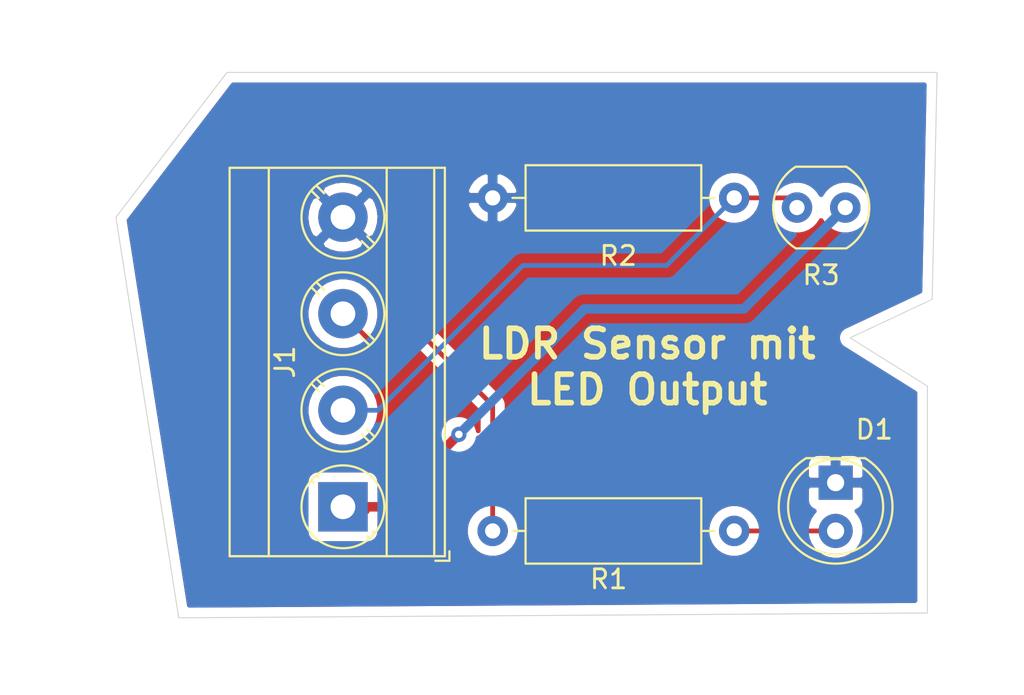
<source format=kicad_pcb>
(kicad_pcb (version 20171130) (host pcbnew "(5.1.5-0-10_14)")

  (general
    (thickness 1.6)
    (drawings 9)
    (tracks 19)
    (zones 0)
    (modules 5)
    (nets 6)
  )

  (page A4)
  (layers
    (0 F.Cu signal)
    (31 B.Cu signal)
    (32 B.Adhes user hide)
    (33 F.Adhes user hide)
    (34 B.Paste user)
    (35 F.Paste user)
    (36 B.SilkS user)
    (37 F.SilkS user)
    (38 B.Mask user)
    (39 F.Mask user)
    (40 Dwgs.User user)
    (41 Cmts.User user)
    (42 Eco1.User user)
    (43 Eco2.User user)
    (44 Edge.Cuts user)
    (45 Margin user)
    (46 B.CrtYd user)
    (47 F.CrtYd user)
    (48 B.Fab user)
    (49 F.Fab user)
  )

  (setup
    (last_trace_width 0.25)
    (trace_clearance 0.2)
    (zone_clearance 0.508)
    (zone_45_only no)
    (trace_min 0.2)
    (via_size 0.8)
    (via_drill 0.4)
    (via_min_size 0.4)
    (via_min_drill 0.3)
    (uvia_size 0.3)
    (uvia_drill 0.1)
    (uvias_allowed no)
    (uvia_min_size 0.2)
    (uvia_min_drill 0.1)
    (edge_width 0.05)
    (segment_width 0.2)
    (pcb_text_width 0.3)
    (pcb_text_size 1.5 1.5)
    (mod_edge_width 0.12)
    (mod_text_size 1 1)
    (mod_text_width 0.15)
    (pad_size 1.524 1.524)
    (pad_drill 0.762)
    (pad_to_mask_clearance 0.051)
    (solder_mask_min_width 0.25)
    (aux_axis_origin 0 0)
    (visible_elements FFFFFF7F)
    (pcbplotparams
      (layerselection 0x010fc_ffffffff)
      (usegerberextensions false)
      (usegerberattributes false)
      (usegerberadvancedattributes false)
      (creategerberjobfile false)
      (excludeedgelayer true)
      (linewidth 0.100000)
      (plotframeref false)
      (viasonmask false)
      (mode 1)
      (useauxorigin false)
      (hpglpennumber 1)
      (hpglpenspeed 20)
      (hpglpendiameter 15.000000)
      (psnegative false)
      (psa4output false)
      (plotreference true)
      (plotvalue true)
      (plotinvisibletext false)
      (padsonsilk false)
      (subtractmaskfromsilk false)
      (outputformat 1)
      (mirror false)
      (drillshape 0)
      (scaleselection 1)
      (outputdirectory "_OUT/"))
  )

  (net 0 "")
  (net 1 GND)
  (net 2 "Net-(D1-Pad2)")
  (net 3 +5V)
  (net 4 LDR_SIGNAL)
  (net 5 PWM_SIGNAL)

  (net_class Default "Dies ist die voreingestellte Netzklasse."
    (clearance 0.2)
    (trace_width 0.25)
    (via_dia 0.8)
    (via_drill 0.4)
    (uvia_dia 0.3)
    (uvia_drill 0.1)
    (add_net +5V)
    (add_net GND)
    (add_net LDR_SIGNAL)
    (add_net "Net-(D1-Pad2)")
    (add_net PWM_SIGNAL)
  )

  (module LED_THT:LED_D5.0mm (layer F.Cu) (tedit 5995936A) (tstamp 60C37910)
    (at 153.924 79.502 270)
    (descr "LED, diameter 5.0mm, 2 pins, http://cdn-reichelt.de/documents/datenblatt/A500/LL-504BC2E-009.pdf")
    (tags "LED diameter 5.0mm 2 pins")
    (path /60C32137)
    (fp_text reference D1 (at -2.794 -2.032 180) (layer F.SilkS)
      (effects (font (size 1 1) (thickness 0.15)))
    )
    (fp_text value LED (at 1.27 3.96 90) (layer F.Fab)
      (effects (font (size 1 1) (thickness 0.15)))
    )
    (fp_arc (start 1.27 0) (end -1.23 -1.469694) (angle 299.1) (layer F.Fab) (width 0.1))
    (fp_arc (start 1.27 0) (end -1.29 -1.54483) (angle 148.9) (layer F.SilkS) (width 0.12))
    (fp_arc (start 1.27 0) (end -1.29 1.54483) (angle -148.9) (layer F.SilkS) (width 0.12))
    (fp_circle (center 1.27 0) (end 3.77 0) (layer F.Fab) (width 0.1))
    (fp_circle (center 1.27 0) (end 3.77 0) (layer F.SilkS) (width 0.12))
    (fp_line (start -1.23 -1.469694) (end -1.23 1.469694) (layer F.Fab) (width 0.1))
    (fp_line (start -1.29 -1.545) (end -1.29 1.545) (layer F.SilkS) (width 0.12))
    (fp_line (start -1.95 -3.25) (end -1.95 3.25) (layer F.CrtYd) (width 0.05))
    (fp_line (start -1.95 3.25) (end 4.5 3.25) (layer F.CrtYd) (width 0.05))
    (fp_line (start 4.5 3.25) (end 4.5 -3.25) (layer F.CrtYd) (width 0.05))
    (fp_line (start 4.5 -3.25) (end -1.95 -3.25) (layer F.CrtYd) (width 0.05))
    (fp_text user %R (at 1.25 0 90) (layer F.Fab)
      (effects (font (size 0.8 0.8) (thickness 0.2)))
    )
    (pad 1 thru_hole rect (at 0 0 270) (size 1.8 1.8) (drill 0.9) (layers *.Cu *.Mask)
      (net 1 GND))
    (pad 2 thru_hole circle (at 2.54 0 270) (size 1.8 1.8) (drill 0.9) (layers *.Cu *.Mask)
      (net 2 "Net-(D1-Pad2)"))
    (model ${KISYS3DMOD}/LED_THT.3dshapes/LED_D5.0mm.wrl
      (at (xyz 0 0 0))
      (scale (xyz 1 1 1))
      (rotate (xyz 0 0 0))
    )
  )

  (module TerminalBlock_Phoenix:TerminalBlock_Phoenix_MKDS-3-4-5.08_1x04_P5.08mm_Horizontal (layer F.Cu) (tedit 5B294F11) (tstamp 60C3794E)
    (at 128.016 80.772 90)
    (descr "Terminal Block Phoenix MKDS-3-4-5.08, 4 pins, pitch 5.08mm, size 20.3x11.2mm^2, drill diamater 1.3mm, pad diameter 2.6mm, see http://www.farnell.com/datasheets/2138224.pdf, script-generated using https://github.com/pointhi/kicad-footprint-generator/scripts/TerminalBlock_Phoenix")
    (tags "THT Terminal Block Phoenix MKDS-3-4-5.08 pitch 5.08mm size 20.3x11.2mm^2 drill 1.3mm pad 2.6mm")
    (path /60C518C9)
    (fp_text reference J1 (at 7.62 -3.048 90) (layer F.SilkS)
      (effects (font (size 1 1) (thickness 0.15)))
    )
    (fp_text value Conn_01x04_Female (at 7.62 3.556 90) (layer F.Fab)
      (effects (font (size 1 1) (thickness 0.15)))
    )
    (fp_circle (center 0 0) (end 2 0) (layer F.Fab) (width 0.1))
    (fp_circle (center 0 0) (end 2.18 0) (layer F.SilkS) (width 0.12))
    (fp_circle (center 5.08 0) (end 7.08 0) (layer F.Fab) (width 0.1))
    (fp_circle (center 5.08 0) (end 7.26 0) (layer F.SilkS) (width 0.12))
    (fp_circle (center 10.16 0) (end 12.16 0) (layer F.Fab) (width 0.1))
    (fp_circle (center 10.16 0) (end 12.34 0) (layer F.SilkS) (width 0.12))
    (fp_circle (center 15.24 0) (end 17.24 0) (layer F.Fab) (width 0.1))
    (fp_circle (center 15.24 0) (end 17.42 0) (layer F.SilkS) (width 0.12))
    (fp_line (start -2.54 -5.9) (end 17.78 -5.9) (layer F.Fab) (width 0.1))
    (fp_line (start 17.78 -5.9) (end 17.78 5.3) (layer F.Fab) (width 0.1))
    (fp_line (start 17.78 5.3) (end -2.04 5.3) (layer F.Fab) (width 0.1))
    (fp_line (start -2.04 5.3) (end -2.54 4.8) (layer F.Fab) (width 0.1))
    (fp_line (start -2.54 4.8) (end -2.54 -5.9) (layer F.Fab) (width 0.1))
    (fp_line (start -2.54 4.8) (end 17.78 4.8) (layer F.Fab) (width 0.1))
    (fp_line (start -2.6 4.8) (end 17.84 4.8) (layer F.SilkS) (width 0.12))
    (fp_line (start -2.54 2.3) (end 17.78 2.3) (layer F.Fab) (width 0.1))
    (fp_line (start -2.6 2.3) (end 17.84 2.3) (layer F.SilkS) (width 0.12))
    (fp_line (start -2.54 -3.9) (end 17.78 -3.9) (layer F.Fab) (width 0.1))
    (fp_line (start -2.6 -3.9) (end 17.84 -3.9) (layer F.SilkS) (width 0.12))
    (fp_line (start -2.6 -5.96) (end 17.84 -5.96) (layer F.SilkS) (width 0.12))
    (fp_line (start -2.6 5.36) (end 17.84 5.36) (layer F.SilkS) (width 0.12))
    (fp_line (start -2.6 -5.96) (end -2.6 5.36) (layer F.SilkS) (width 0.12))
    (fp_line (start 17.84 -5.96) (end 17.84 5.36) (layer F.SilkS) (width 0.12))
    (fp_line (start 1.517 -1.273) (end -1.273 1.517) (layer F.Fab) (width 0.1))
    (fp_line (start 1.273 -1.517) (end -1.517 1.273) (layer F.Fab) (width 0.1))
    (fp_line (start 1.654 -1.388) (end 1.547 -1.281) (layer F.SilkS) (width 0.12))
    (fp_line (start -1.282 1.547) (end -1.388 1.654) (layer F.SilkS) (width 0.12))
    (fp_line (start 1.388 -1.654) (end 1.281 -1.547) (layer F.SilkS) (width 0.12))
    (fp_line (start -1.548 1.281) (end -1.654 1.388) (layer F.SilkS) (width 0.12))
    (fp_line (start 6.597 -1.273) (end 3.808 1.517) (layer F.Fab) (width 0.1))
    (fp_line (start 6.353 -1.517) (end 3.564 1.273) (layer F.Fab) (width 0.1))
    (fp_line (start 6.734 -1.388) (end 6.339 -0.992) (layer F.SilkS) (width 0.12))
    (fp_line (start 4.073 1.274) (end 3.693 1.654) (layer F.SilkS) (width 0.12))
    (fp_line (start 6.468 -1.654) (end 6.088 -1.274) (layer F.SilkS) (width 0.12))
    (fp_line (start 3.822 0.992) (end 3.427 1.388) (layer F.SilkS) (width 0.12))
    (fp_line (start 11.677 -1.273) (end 8.888 1.517) (layer F.Fab) (width 0.1))
    (fp_line (start 11.433 -1.517) (end 8.644 1.273) (layer F.Fab) (width 0.1))
    (fp_line (start 11.814 -1.388) (end 11.419 -0.992) (layer F.SilkS) (width 0.12))
    (fp_line (start 9.153 1.274) (end 8.773 1.654) (layer F.SilkS) (width 0.12))
    (fp_line (start 11.548 -1.654) (end 11.168 -1.274) (layer F.SilkS) (width 0.12))
    (fp_line (start 8.902 0.992) (end 8.507 1.388) (layer F.SilkS) (width 0.12))
    (fp_line (start 16.757 -1.273) (end 13.968 1.517) (layer F.Fab) (width 0.1))
    (fp_line (start 16.513 -1.517) (end 13.724 1.273) (layer F.Fab) (width 0.1))
    (fp_line (start 16.894 -1.388) (end 16.499 -0.992) (layer F.SilkS) (width 0.12))
    (fp_line (start 14.233 1.274) (end 13.853 1.654) (layer F.SilkS) (width 0.12))
    (fp_line (start 16.628 -1.654) (end 16.248 -1.274) (layer F.SilkS) (width 0.12))
    (fp_line (start 13.982 0.992) (end 13.587 1.388) (layer F.SilkS) (width 0.12))
    (fp_line (start -2.84 4.86) (end -2.84 5.6) (layer F.SilkS) (width 0.12))
    (fp_line (start -2.84 5.6) (end -2.34 5.6) (layer F.SilkS) (width 0.12))
    (fp_line (start -3.04 -6.4) (end -3.04 5.8) (layer F.CrtYd) (width 0.05))
    (fp_line (start -3.04 5.8) (end 18.28 5.8) (layer F.CrtYd) (width 0.05))
    (fp_line (start 18.28 5.8) (end 18.28 -6.4) (layer F.CrtYd) (width 0.05))
    (fp_line (start 18.28 -6.4) (end -3.04 -6.4) (layer F.CrtYd) (width 0.05))
    (fp_text user %R (at 7.62 3.1 90) (layer F.Fab)
      (effects (font (size 1 1) (thickness 0.15)))
    )
    (pad 1 thru_hole rect (at 0 0 90) (size 2.6 2.6) (drill 1.3) (layers *.Cu *.Mask)
      (net 3 +5V))
    (pad 2 thru_hole circle (at 5.08 0 90) (size 2.6 2.6) (drill 1.3) (layers *.Cu *.Mask)
      (net 4 LDR_SIGNAL))
    (pad 3 thru_hole circle (at 10.16 0 90) (size 2.6 2.6) (drill 1.3) (layers *.Cu *.Mask)
      (net 5 PWM_SIGNAL))
    (pad 4 thru_hole circle (at 15.24 0 90) (size 2.6 2.6) (drill 1.3) (layers *.Cu *.Mask)
      (net 1 GND))
    (model ${KISYS3DMOD}/TerminalBlock_Phoenix.3dshapes/TerminalBlock_Phoenix_MKDS-3-4-5.08_1x04_P5.08mm_Horizontal.wrl
      (at (xyz 0 0 0))
      (scale (xyz 1 1 1))
      (rotate (xyz 0 0 0))
    )
  )

  (module OptoDevice:R_LDR_4.9x4.2mm_P2.54mm_Vertical (layer F.Cu) (tedit 5B8603A6) (tstamp 60C37FAD)
    (at 154.432 65.024 180)
    (descr "Resistor, LDR 4.9x4.2mm")
    (tags "Resistor LDR4.9x4.2")
    (path /60C34421)
    (fp_text reference R3 (at 1.27 -3.556) (layer F.SilkS)
      (effects (font (size 1 1) (thickness 0.15)))
    )
    (fp_text value LDR (at 1.17 3.1) (layer F.Fab)
      (effects (font (size 1 1) (thickness 0.15)))
    )
    (fp_text user %R (at 1.27 -2.9) (layer F.Fab)
      (effects (font (size 1 1) (thickness 0.15)))
    )
    (fp_line (start -0.05 2.15) (end 2.6 2.15) (layer F.SilkS) (width 0.12))
    (fp_line (start -0.05 -2.15) (end 2.6 -2.15) (layer F.SilkS) (width 0.12))
    (fp_line (start 0.87 -1.2) (end 2.17 -1.2) (layer F.Fab) (width 0.1))
    (fp_line (start 1.67 -0.6) (end 0.87 -0.6) (layer F.Fab) (width 0.1))
    (fp_line (start 0.87 0) (end 1.67 0) (layer F.Fab) (width 0.1))
    (fp_line (start 1.67 0.6) (end 0.87 0.6) (layer F.Fab) (width 0.1))
    (fp_line (start 0.37 1.2) (end 1.67 1.2) (layer F.Fab) (width 0.1))
    (fp_line (start 0.37 -1.8) (end 2.17 -1.8) (layer F.Fab) (width 0.1))
    (fp_line (start 2.17 -1.8) (end 2.17 -1.2) (layer F.Fab) (width 0.1))
    (fp_line (start 0.87 -1.2) (end 0.87 -0.6) (layer F.Fab) (width 0.1))
    (fp_line (start 1.67 -0.6) (end 1.67 0) (layer F.Fab) (width 0.1))
    (fp_line (start 0.87 0) (end 0.87 0.6) (layer F.Fab) (width 0.1))
    (fp_line (start 1.67 0.6) (end 1.67 1.2) (layer F.Fab) (width 0.1))
    (fp_line (start 0.37 1.2) (end 0.37 1.8) (layer F.Fab) (width 0.1))
    (fp_line (start 0.37 1.8) (end 2.17 1.8) (layer F.Fab) (width 0.1))
    (fp_line (start 2.57 2.1) (end -0.03 2.1) (layer F.Fab) (width 0.1))
    (fp_line (start -0.03 -2.1) (end 2.57 -2.1) (layer F.Fab) (width 0.1))
    (fp_line (start -1.45 -2.35) (end 3.99 -2.35) (layer F.CrtYd) (width 0.05))
    (fp_line (start -1.45 -2.35) (end -1.45 2.35) (layer F.CrtYd) (width 0.05))
    (fp_line (start 3.99 2.35) (end 3.99 -2.35) (layer F.CrtYd) (width 0.05))
    (fp_line (start 3.99 2.35) (end -1.45 2.35) (layer F.CrtYd) (width 0.05))
    (fp_arc (start 1.25 0) (end -0.05 2.15) (angle 117) (layer F.SilkS) (width 0.12))
    (fp_arc (start 1.25 0) (end 2.6 -2.15) (angle 115) (layer F.SilkS) (width 0.12))
    (fp_arc (start 1.27 0) (end 2.57 -2.1) (angle 115) (layer F.Fab) (width 0.1))
    (fp_arc (start 1.27 0) (end -0.03 2.1) (angle 115) (layer F.Fab) (width 0.1))
    (pad 1 thru_hole circle (at 0 0 180) (size 1.6 1.6) (drill 0.8) (layers *.Cu *.Mask)
      (net 3 +5V))
    (pad 2 thru_hole circle (at 2.54 0 180) (size 1.6 1.6) (drill 0.8) (layers *.Cu *.Mask)
      (net 4 LDR_SIGNAL))
    (model ${KISYS3DMOD}/OptoDevice.3dshapes/R_LDR_4.9x4.2mm_P2.54mm_Vertical.wrl
      (at (xyz 0 0 0))
      (scale (xyz 1 1 1))
      (rotate (xyz 0 0 0))
    )
  )

  (module Resistor_THT:R_Axial_DIN0309_L9.0mm_D3.2mm_P12.70mm_Horizontal (layer F.Cu) (tedit 5AE5139B) (tstamp 60C38195)
    (at 135.89 82.042)
    (descr "Resistor, Axial_DIN0309 series, Axial, Horizontal, pin pitch=12.7mm, 0.5W = 1/2W, length*diameter=9*3.2mm^2, http://cdn-reichelt.de/documents/datenblatt/B400/1_4W%23YAG.pdf")
    (tags "Resistor Axial_DIN0309 series Axial Horizontal pin pitch 12.7mm 0.5W = 1/2W length 9mm diameter 3.2mm")
    (path /60C34F29)
    (fp_text reference R1 (at 6.096 2.54) (layer F.SilkS)
      (effects (font (size 1 1) (thickness 0.15)))
    )
    (fp_text value "150 Ohm" (at 6.858 -2.794) (layer F.Fab)
      (effects (font (size 1 1) (thickness 0.15)))
    )
    (fp_line (start 1.85 -1.6) (end 1.85 1.6) (layer F.Fab) (width 0.1))
    (fp_line (start 1.85 1.6) (end 10.85 1.6) (layer F.Fab) (width 0.1))
    (fp_line (start 10.85 1.6) (end 10.85 -1.6) (layer F.Fab) (width 0.1))
    (fp_line (start 10.85 -1.6) (end 1.85 -1.6) (layer F.Fab) (width 0.1))
    (fp_line (start 0 0) (end 1.85 0) (layer F.Fab) (width 0.1))
    (fp_line (start 12.7 0) (end 10.85 0) (layer F.Fab) (width 0.1))
    (fp_line (start 1.73 -1.72) (end 1.73 1.72) (layer F.SilkS) (width 0.12))
    (fp_line (start 1.73 1.72) (end 10.97 1.72) (layer F.SilkS) (width 0.12))
    (fp_line (start 10.97 1.72) (end 10.97 -1.72) (layer F.SilkS) (width 0.12))
    (fp_line (start 10.97 -1.72) (end 1.73 -1.72) (layer F.SilkS) (width 0.12))
    (fp_line (start 1.04 0) (end 1.73 0) (layer F.SilkS) (width 0.12))
    (fp_line (start 11.66 0) (end 10.97 0) (layer F.SilkS) (width 0.12))
    (fp_line (start -1.05 -1.85) (end -1.05 1.85) (layer F.CrtYd) (width 0.05))
    (fp_line (start -1.05 1.85) (end 13.75 1.85) (layer F.CrtYd) (width 0.05))
    (fp_line (start 13.75 1.85) (end 13.75 -1.85) (layer F.CrtYd) (width 0.05))
    (fp_line (start 13.75 -1.85) (end -1.05 -1.85) (layer F.CrtYd) (width 0.05))
    (fp_text user %R (at 6.35 0) (layer F.Fab)
      (effects (font (size 1 1) (thickness 0.15)))
    )
    (pad 1 thru_hole circle (at 0 0) (size 1.6 1.6) (drill 0.8) (layers *.Cu *.Mask)
      (net 5 PWM_SIGNAL))
    (pad 2 thru_hole oval (at 12.7 0) (size 1.6 1.6) (drill 0.8) (layers *.Cu *.Mask)
      (net 2 "Net-(D1-Pad2)"))
    (model ${KISYS3DMOD}/Resistor_THT.3dshapes/R_Axial_DIN0309_L9.0mm_D3.2mm_P12.70mm_Horizontal.wrl
      (at (xyz 0 0 0))
      (scale (xyz 1 1 1))
      (rotate (xyz 0 0 0))
    )
  )

  (module Resistor_THT:R_Axial_DIN0309_L9.0mm_D3.2mm_P12.70mm_Horizontal (layer F.Cu) (tedit 5AE5139B) (tstamp 60C3829C)
    (at 148.59 64.516 180)
    (descr "Resistor, Axial_DIN0309 series, Axial, Horizontal, pin pitch=12.7mm, 0.5W = 1/2W, length*diameter=9*3.2mm^2, http://cdn-reichelt.de/documents/datenblatt/B400/1_4W%23YAG.pdf")
    (tags "Resistor Axial_DIN0309 series Axial Horizontal pin pitch 12.7mm 0.5W = 1/2W length 9mm diameter 3.2mm")
    (path /60C47349)
    (fp_text reference R2 (at 6.096 -3.048) (layer F.SilkS)
      (effects (font (size 1 1) (thickness 0.15)))
    )
    (fp_text value "5.6k Ohm" (at 6.096 2.54) (layer F.Fab)
      (effects (font (size 1 1) (thickness 0.15)))
    )
    (fp_text user %R (at 6.35 0) (layer F.Fab)
      (effects (font (size 1 1) (thickness 0.15)))
    )
    (fp_line (start 13.75 -1.85) (end -1.05 -1.85) (layer F.CrtYd) (width 0.05))
    (fp_line (start 13.75 1.85) (end 13.75 -1.85) (layer F.CrtYd) (width 0.05))
    (fp_line (start -1.05 1.85) (end 13.75 1.85) (layer F.CrtYd) (width 0.05))
    (fp_line (start -1.05 -1.85) (end -1.05 1.85) (layer F.CrtYd) (width 0.05))
    (fp_line (start 11.66 0) (end 10.97 0) (layer F.SilkS) (width 0.12))
    (fp_line (start 1.04 0) (end 1.73 0) (layer F.SilkS) (width 0.12))
    (fp_line (start 10.97 -1.72) (end 1.73 -1.72) (layer F.SilkS) (width 0.12))
    (fp_line (start 10.97 1.72) (end 10.97 -1.72) (layer F.SilkS) (width 0.12))
    (fp_line (start 1.73 1.72) (end 10.97 1.72) (layer F.SilkS) (width 0.12))
    (fp_line (start 1.73 -1.72) (end 1.73 1.72) (layer F.SilkS) (width 0.12))
    (fp_line (start 12.7 0) (end 10.85 0) (layer F.Fab) (width 0.1))
    (fp_line (start 0 0) (end 1.85 0) (layer F.Fab) (width 0.1))
    (fp_line (start 10.85 -1.6) (end 1.85 -1.6) (layer F.Fab) (width 0.1))
    (fp_line (start 10.85 1.6) (end 10.85 -1.6) (layer F.Fab) (width 0.1))
    (fp_line (start 1.85 1.6) (end 10.85 1.6) (layer F.Fab) (width 0.1))
    (fp_line (start 1.85 -1.6) (end 1.85 1.6) (layer F.Fab) (width 0.1))
    (pad 2 thru_hole oval (at 12.7 0 180) (size 1.6 1.6) (drill 0.8) (layers *.Cu *.Mask)
      (net 1 GND))
    (pad 1 thru_hole circle (at 0 0 180) (size 1.6 1.6) (drill 0.8) (layers *.Cu *.Mask)
      (net 4 LDR_SIGNAL))
    (model ${KISYS3DMOD}/Resistor_THT.3dshapes/R_Axial_DIN0309_L9.0mm_D3.2mm_P12.70mm_Horizontal.wrl
      (at (xyz 0 0 0))
      (scale (xyz 1 1 1))
      (rotate (xyz 0 0 0))
    )
  )

  (gr_line (start 119.38 86.614) (end 116.078 65.532) (layer Edge.Cuts) (width 0.05) (tstamp 60C38738))
  (gr_line (start 158.75 86.36) (end 119.38 86.614) (layer Edge.Cuts) (width 0.05))
  (gr_line (start 158.75 74.422) (end 158.75 86.36) (layer Edge.Cuts) (width 0.05))
  (gr_line (start 154.686 71.882) (end 158.75 74.422) (layer Edge.Cuts) (width 0.05))
  (gr_line (start 159.004 69.85) (end 154.686 71.882) (layer Edge.Cuts) (width 0.05))
  (gr_line (start 159.258 57.912) (end 159.004 69.85) (layer Edge.Cuts) (width 0.05))
  (gr_line (start 121.92 57.912) (end 159.258 57.912) (layer Edge.Cuts) (width 0.05))
  (gr_line (start 116.078 65.532) (end 121.92 57.912) (layer Edge.Cuts) (width 0.05))
  (gr_text "LDR Sensor mit\nLED Output" (at 144.018 73.406) (layer F.SilkS)
    (effects (font (size 1.5 1.5) (thickness 0.3)))
  )

  (segment (start 153.924 82.042) (end 148.59 82.042) (width 0.25) (layer F.Cu) (net 2))
  (segment (start 128.016 80.772) (end 128.016 81.026) (width 0.25) (layer F.Cu) (net 3))
  (segment (start 128.016 81.026) (end 129.286 81.026) (width 0.25) (layer F.Cu) (net 3))
  (via (at 134.112 76.962) (size 0.8) (drill 0.4) (layers F.Cu B.Cu) (net 3))
  (segment (start 130.302 80.772) (end 134.112 76.962) (width 0.5) (layer F.Cu) (net 3))
  (segment (start 128.016 80.772) (end 130.302 80.772) (width 0.5) (layer F.Cu) (net 3))
  (segment (start 134.112 76.962) (end 140.716 70.358) (width 0.5) (layer B.Cu) (net 3))
  (segment (start 149.098 70.358) (end 154.432 65.024) (width 0.5) (layer B.Cu) (net 3))
  (segment (start 140.716 70.358) (end 149.098 70.358) (width 0.5) (layer B.Cu) (net 3))
  (segment (start 151.384 64.516) (end 151.892 65.024) (width 0.25) (layer F.Cu) (net 4))
  (segment (start 148.59 64.516) (end 151.384 64.516) (width 0.25) (layer F.Cu) (net 4))
  (segment (start 129.854477 75.692) (end 137.474477 68.072) (width 0.25) (layer B.Cu) (net 4))
  (segment (start 128.016 75.692) (end 129.854477 75.692) (width 0.25) (layer B.Cu) (net 4))
  (segment (start 145.034 68.072) (end 148.59 64.516) (width 0.25) (layer B.Cu) (net 4))
  (segment (start 137.474477 68.072) (end 145.034 68.072) (width 0.25) (layer B.Cu) (net 4))
  (segment (start 129.315999 71.911999) (end 132.363999 71.911999) (width 0.25) (layer F.Cu) (net 5))
  (segment (start 128.016 70.612) (end 129.315999 71.911999) (width 0.25) (layer F.Cu) (net 5))
  (segment (start 135.89 75.438) (end 135.89 82.042) (width 0.25) (layer F.Cu) (net 5))
  (segment (start 132.363999 71.911999) (end 135.89 75.438) (width 0.25) (layer F.Cu) (net 5))

  (zone (net 1) (net_name GND) (layer F.Cu) (tstamp 0) (hatch edge 0.508)
    (connect_pads (clearance 0.508))
    (min_thickness 0.254)
    (fill yes (arc_segments 32) (thermal_gap 0.508) (thermal_bridge_width 0.508))
    (polygon
      (pts
        (xy 160.528 90.678) (xy 109.982 88.392) (xy 113.538 54.864) (xy 163.83 54.102)
      )
    )
    (filled_polygon
      (pts
        (xy 158.352851 69.426995) (xy 154.439306 71.268664) (xy 154.413671 71.277301) (xy 154.380639 71.296272) (xy 154.375641 71.298624)
        (xy 154.352511 71.312426) (xy 154.300933 71.342049) (xy 154.296747 71.345703) (xy 154.291973 71.348552) (xy 154.247819 71.388415)
        (xy 154.202993 71.427546) (xy 154.199598 71.43195) (xy 154.195474 71.435673) (xy 154.15995 71.483378) (xy 154.123614 71.530509)
        (xy 154.121144 71.535489) (xy 154.117825 71.539946) (xy 154.092294 71.593656) (xy 154.065847 71.646979) (xy 154.064395 71.652348)
        (xy 154.062011 71.657364) (xy 154.047449 71.715023) (xy 154.031913 71.772481) (xy 154.031537 71.778027) (xy 154.030176 71.783415)
        (xy 154.027142 71.842813) (xy 154.023115 71.90219) (xy 154.023828 71.907705) (xy 154.023545 71.913253) (xy 154.032158 71.972111)
        (xy 154.039791 72.031125) (xy 154.041565 72.03639) (xy 154.04237 72.041891) (xy 154.062309 72.09796) (xy 154.081301 72.154329)
        (xy 154.084069 72.159148) (xy 154.085931 72.164385) (xy 154.116424 72.215484) (xy 154.146049 72.267067) (xy 154.149703 72.271253)
        (xy 154.152552 72.276027) (xy 154.192415 72.320181) (xy 154.231546 72.365007) (xy 154.23595 72.368402) (xy 154.239673 72.372526)
        (xy 154.287387 72.408057) (xy 154.30871 72.424496) (xy 154.313391 72.427422) (xy 154.343946 72.450175) (xy 154.368379 72.461789)
        (xy 158.09 74.787803) (xy 158.090001 85.704245) (xy 119.944101 85.950347) (xy 118.92942 79.472) (xy 126.077928 79.472)
        (xy 126.077928 82.072) (xy 126.090188 82.196482) (xy 126.126498 82.31618) (xy 126.185463 82.426494) (xy 126.264815 82.523185)
        (xy 126.361506 82.602537) (xy 126.47182 82.661502) (xy 126.591518 82.697812) (xy 126.716 82.710072) (xy 129.316 82.710072)
        (xy 129.440482 82.697812) (xy 129.56018 82.661502) (xy 129.670494 82.602537) (xy 129.767185 82.523185) (xy 129.846537 82.426494)
        (xy 129.905502 82.31618) (xy 129.941812 82.196482) (xy 129.954072 82.072) (xy 129.954072 81.657) (xy 130.258531 81.657)
        (xy 130.302 81.661281) (xy 130.345469 81.657) (xy 130.345477 81.657) (xy 130.47549 81.644195) (xy 130.642313 81.593589)
        (xy 130.796059 81.511411) (xy 130.930817 81.400817) (xy 130.958534 81.367044) (xy 134.357044 77.968535) (xy 134.413898 77.957226)
        (xy 134.602256 77.879205) (xy 134.771774 77.765937) (xy 134.915937 77.621774) (xy 135.029205 77.452256) (xy 135.107226 77.263898)
        (xy 135.13 77.149403) (xy 135.130001 80.823956) (xy 134.975241 80.927363) (xy 134.775363 81.127241) (xy 134.61832 81.362273)
        (xy 134.510147 81.623426) (xy 134.455 81.900665) (xy 134.455 82.183335) (xy 134.510147 82.460574) (xy 134.61832 82.721727)
        (xy 134.775363 82.956759) (xy 134.975241 83.156637) (xy 135.210273 83.31368) (xy 135.471426 83.421853) (xy 135.748665 83.477)
        (xy 136.031335 83.477) (xy 136.308574 83.421853) (xy 136.569727 83.31368) (xy 136.804759 83.156637) (xy 137.004637 82.956759)
        (xy 137.16168 82.721727) (xy 137.269853 82.460574) (xy 137.325 82.183335) (xy 137.325 81.900665) (xy 147.155 81.900665)
        (xy 147.155 82.183335) (xy 147.210147 82.460574) (xy 147.31832 82.721727) (xy 147.475363 82.956759) (xy 147.675241 83.156637)
        (xy 147.910273 83.31368) (xy 148.171426 83.421853) (xy 148.448665 83.477) (xy 148.731335 83.477) (xy 149.008574 83.421853)
        (xy 149.269727 83.31368) (xy 149.504759 83.156637) (xy 149.704637 82.956759) (xy 149.808043 82.802) (xy 152.585687 82.802)
        (xy 152.731688 83.020505) (xy 152.945495 83.234312) (xy 153.196905 83.402299) (xy 153.476257 83.518011) (xy 153.772816 83.577)
        (xy 154.075184 83.577) (xy 154.371743 83.518011) (xy 154.651095 83.402299) (xy 154.902505 83.234312) (xy 155.116312 83.020505)
        (xy 155.284299 82.769095) (xy 155.400011 82.489743) (xy 155.459 82.193184) (xy 155.459 81.890816) (xy 155.400011 81.594257)
        (xy 155.284299 81.314905) (xy 155.116312 81.063495) (xy 155.049873 80.997056) (xy 155.06818 80.991502) (xy 155.178494 80.932537)
        (xy 155.275185 80.853185) (xy 155.354537 80.756494) (xy 155.413502 80.64618) (xy 155.449812 80.526482) (xy 155.462072 80.402)
        (xy 155.459 79.78775) (xy 155.30025 79.629) (xy 154.051 79.629) (xy 154.051 79.649) (xy 153.797 79.649)
        (xy 153.797 79.629) (xy 152.54775 79.629) (xy 152.389 79.78775) (xy 152.385928 80.402) (xy 152.398188 80.526482)
        (xy 152.434498 80.64618) (xy 152.493463 80.756494) (xy 152.572815 80.853185) (xy 152.669506 80.932537) (xy 152.77982 80.991502)
        (xy 152.798127 80.997056) (xy 152.731688 81.063495) (xy 152.585687 81.282) (xy 149.808043 81.282) (xy 149.704637 81.127241)
        (xy 149.504759 80.927363) (xy 149.269727 80.77032) (xy 149.008574 80.662147) (xy 148.731335 80.607) (xy 148.448665 80.607)
        (xy 148.171426 80.662147) (xy 147.910273 80.77032) (xy 147.675241 80.927363) (xy 147.475363 81.127241) (xy 147.31832 81.362273)
        (xy 147.210147 81.623426) (xy 147.155 81.900665) (xy 137.325 81.900665) (xy 137.269853 81.623426) (xy 137.16168 81.362273)
        (xy 137.004637 81.127241) (xy 136.804759 80.927363) (xy 136.65 80.823957) (xy 136.65 78.602) (xy 152.385928 78.602)
        (xy 152.389 79.21625) (xy 152.54775 79.375) (xy 153.797 79.375) (xy 153.797 78.12575) (xy 154.051 78.12575)
        (xy 154.051 79.375) (xy 155.30025 79.375) (xy 155.459 79.21625) (xy 155.462072 78.602) (xy 155.449812 78.477518)
        (xy 155.413502 78.35782) (xy 155.354537 78.247506) (xy 155.275185 78.150815) (xy 155.178494 78.071463) (xy 155.06818 78.012498)
        (xy 154.948482 77.976188) (xy 154.824 77.963928) (xy 154.20975 77.967) (xy 154.051 78.12575) (xy 153.797 78.12575)
        (xy 153.63825 77.967) (xy 153.024 77.963928) (xy 152.899518 77.976188) (xy 152.77982 78.012498) (xy 152.669506 78.071463)
        (xy 152.572815 78.150815) (xy 152.493463 78.247506) (xy 152.434498 78.35782) (xy 152.398188 78.477518) (xy 152.385928 78.602)
        (xy 136.65 78.602) (xy 136.65 75.475322) (xy 136.653676 75.437999) (xy 136.65 75.400676) (xy 136.65 75.400667)
        (xy 136.639003 75.289014) (xy 136.595546 75.145753) (xy 136.524974 75.013724) (xy 136.482485 74.961951) (xy 136.453799 74.926996)
        (xy 136.453795 74.926992) (xy 136.430001 74.897999) (xy 136.401009 74.874206) (xy 132.927803 71.401002) (xy 132.904 71.371998)
        (xy 132.788275 71.277025) (xy 132.656246 71.206453) (xy 132.512985 71.162996) (xy 132.401332 71.151999) (xy 132.401321 71.151999)
        (xy 132.363999 71.148323) (xy 132.326677 71.151999) (xy 129.881496 71.151999) (xy 129.951 70.802581) (xy 129.951 70.421419)
        (xy 129.876639 70.047581) (xy 129.730775 69.695434) (xy 129.519013 69.378509) (xy 129.249491 69.108987) (xy 128.932566 68.897225)
        (xy 128.580419 68.751361) (xy 128.206581 68.677) (xy 127.825419 68.677) (xy 127.451581 68.751361) (xy 127.099434 68.897225)
        (xy 126.782509 69.108987) (xy 126.512987 69.378509) (xy 126.301225 69.695434) (xy 126.155361 70.047581) (xy 126.081 70.421419)
        (xy 126.081 70.802581) (xy 126.155361 71.176419) (xy 126.301225 71.528566) (xy 126.512987 71.845491) (xy 126.782509 72.115013)
        (xy 127.099434 72.326775) (xy 127.451581 72.472639) (xy 127.825419 72.547) (xy 128.206581 72.547) (xy 128.580419 72.472639)
        (xy 128.736985 72.407787) (xy 128.752199 72.423001) (xy 128.775998 72.452) (xy 128.891723 72.546973) (xy 129.023752 72.617545)
        (xy 129.167013 72.661002) (xy 129.278666 72.671999) (xy 129.278675 72.671999) (xy 129.315998 72.675675) (xy 129.353321 72.671999)
        (xy 132.049198 72.671999) (xy 135.13 75.752803) (xy 135.13 76.774597) (xy 135.107226 76.660102) (xy 135.029205 76.471744)
        (xy 134.915937 76.302226) (xy 134.771774 76.158063) (xy 134.602256 76.044795) (xy 134.413898 75.966774) (xy 134.213939 75.927)
        (xy 134.010061 75.927) (xy 133.810102 75.966774) (xy 133.621744 76.044795) (xy 133.452226 76.158063) (xy 133.308063 76.302226)
        (xy 133.194795 76.471744) (xy 133.116774 76.660102) (xy 133.105465 76.716956) (xy 129.954072 79.86835) (xy 129.954072 79.472)
        (xy 129.941812 79.347518) (xy 129.905502 79.22782) (xy 129.846537 79.117506) (xy 129.767185 79.020815) (xy 129.670494 78.941463)
        (xy 129.56018 78.882498) (xy 129.440482 78.846188) (xy 129.316 78.833928) (xy 126.716 78.833928) (xy 126.591518 78.846188)
        (xy 126.47182 78.882498) (xy 126.361506 78.941463) (xy 126.264815 79.020815) (xy 126.185463 79.117506) (xy 126.126498 79.22782)
        (xy 126.090188 79.347518) (xy 126.077928 79.472) (xy 118.92942 79.472) (xy 118.307522 75.501419) (xy 126.081 75.501419)
        (xy 126.081 75.882581) (xy 126.155361 76.256419) (xy 126.301225 76.608566) (xy 126.512987 76.925491) (xy 126.782509 77.195013)
        (xy 127.099434 77.406775) (xy 127.451581 77.552639) (xy 127.825419 77.627) (xy 128.206581 77.627) (xy 128.580419 77.552639)
        (xy 128.932566 77.406775) (xy 129.249491 77.195013) (xy 129.519013 76.925491) (xy 129.730775 76.608566) (xy 129.876639 76.256419)
        (xy 129.951 75.882581) (xy 129.951 75.501419) (xy 129.876639 75.127581) (xy 129.730775 74.775434) (xy 129.519013 74.458509)
        (xy 129.249491 74.188987) (xy 128.932566 73.977225) (xy 128.580419 73.831361) (xy 128.206581 73.757) (xy 127.825419 73.757)
        (xy 127.451581 73.831361) (xy 127.099434 73.977225) (xy 126.782509 74.188987) (xy 126.512987 74.458509) (xy 126.301225 74.775434)
        (xy 126.155361 75.127581) (xy 126.081 75.501419) (xy 118.307522 75.501419) (xy 116.95737 66.881224) (xy 126.846381 66.881224)
        (xy 126.978317 67.176312) (xy 127.319045 67.347159) (xy 127.686557 67.44825) (xy 128.066729 67.475701) (xy 128.444951 67.428457)
        (xy 128.80669 67.308333) (xy 129.053683 67.176312) (xy 129.185619 66.881224) (xy 128.016 65.711605) (xy 126.846381 66.881224)
        (xy 116.95737 66.881224) (xy 116.773798 65.709192) (xy 116.870752 65.582729) (xy 126.072299 65.582729) (xy 126.119543 65.960951)
        (xy 126.239667 66.32269) (xy 126.371688 66.569683) (xy 126.666776 66.701619) (xy 127.836395 65.532) (xy 128.195605 65.532)
        (xy 129.365224 66.701619) (xy 129.660312 66.569683) (xy 129.831159 66.228955) (xy 129.93225 65.861443) (xy 129.959701 65.481271)
        (xy 129.912457 65.103049) (xy 129.833421 64.865039) (xy 134.498096 64.865039) (xy 134.538754 64.999087) (xy 134.658963 65.25342)
        (xy 134.826481 65.479414) (xy 135.034869 65.668385) (xy 135.276119 65.81307) (xy 135.54096 65.907909) (xy 135.763 65.786624)
        (xy 135.763 64.643) (xy 136.017 64.643) (xy 136.017 65.786624) (xy 136.23904 65.907909) (xy 136.503881 65.81307)
        (xy 136.745131 65.668385) (xy 136.953519 65.479414) (xy 137.121037 65.25342) (xy 137.241246 64.999087) (xy 137.281904 64.865039)
        (xy 137.159915 64.643) (xy 136.017 64.643) (xy 135.763 64.643) (xy 134.620085 64.643) (xy 134.498096 64.865039)
        (xy 129.833421 64.865039) (xy 129.792333 64.74131) (xy 129.660312 64.494317) (xy 129.365224 64.362381) (xy 128.195605 65.532)
        (xy 127.836395 65.532) (xy 126.666776 64.362381) (xy 126.371688 64.494317) (xy 126.200841 64.835045) (xy 126.09975 65.202557)
        (xy 126.072299 65.582729) (xy 116.870752 65.582729) (xy 117.944049 64.182776) (xy 126.846381 64.182776) (xy 128.016 65.352395)
        (xy 129.185619 64.182776) (xy 129.178548 64.166961) (xy 134.498096 64.166961) (xy 134.620085 64.389) (xy 135.763 64.389)
        (xy 135.763 63.245376) (xy 136.017 63.245376) (xy 136.017 64.389) (xy 137.159915 64.389) (xy 137.16779 64.374665)
        (xy 147.155 64.374665) (xy 147.155 64.657335) (xy 147.210147 64.934574) (xy 147.31832 65.195727) (xy 147.475363 65.430759)
        (xy 147.675241 65.630637) (xy 147.910273 65.78768) (xy 148.171426 65.895853) (xy 148.448665 65.951) (xy 148.731335 65.951)
        (xy 149.008574 65.895853) (xy 149.269727 65.78768) (xy 149.504759 65.630637) (xy 149.704637 65.430759) (xy 149.808043 65.276)
        (xy 150.479013 65.276) (xy 150.512147 65.442574) (xy 150.62032 65.703727) (xy 150.777363 65.938759) (xy 150.977241 66.138637)
        (xy 151.212273 66.29568) (xy 151.473426 66.403853) (xy 151.750665 66.459) (xy 152.033335 66.459) (xy 152.310574 66.403853)
        (xy 152.571727 66.29568) (xy 152.806759 66.138637) (xy 153.006637 65.938759) (xy 153.162 65.706241) (xy 153.317363 65.938759)
        (xy 153.517241 66.138637) (xy 153.752273 66.29568) (xy 154.013426 66.403853) (xy 154.290665 66.459) (xy 154.573335 66.459)
        (xy 154.850574 66.403853) (xy 155.111727 66.29568) (xy 155.346759 66.138637) (xy 155.546637 65.938759) (xy 155.70368 65.703727)
        (xy 155.811853 65.442574) (xy 155.867 65.165335) (xy 155.867 64.882665) (xy 155.811853 64.605426) (xy 155.70368 64.344273)
        (xy 155.546637 64.109241) (xy 155.346759 63.909363) (xy 155.111727 63.75232) (xy 154.850574 63.644147) (xy 154.573335 63.589)
        (xy 154.290665 63.589) (xy 154.013426 63.644147) (xy 153.752273 63.75232) (xy 153.517241 63.909363) (xy 153.317363 64.109241)
        (xy 153.162 64.341759) (xy 153.006637 64.109241) (xy 152.806759 63.909363) (xy 152.571727 63.75232) (xy 152.310574 63.644147)
        (xy 152.033335 63.589) (xy 151.750665 63.589) (xy 151.473426 63.644147) (xy 151.212273 63.75232) (xy 151.206765 63.756)
        (xy 149.808043 63.756) (xy 149.704637 63.601241) (xy 149.504759 63.401363) (xy 149.269727 63.24432) (xy 149.008574 63.136147)
        (xy 148.731335 63.081) (xy 148.448665 63.081) (xy 148.171426 63.136147) (xy 147.910273 63.24432) (xy 147.675241 63.401363)
        (xy 147.475363 63.601241) (xy 147.31832 63.836273) (xy 147.210147 64.097426) (xy 147.155 64.374665) (xy 137.16779 64.374665)
        (xy 137.281904 64.166961) (xy 137.241246 64.032913) (xy 137.121037 63.77858) (xy 136.953519 63.552586) (xy 136.745131 63.363615)
        (xy 136.503881 63.21893) (xy 136.23904 63.124091) (xy 136.017 63.245376) (xy 135.763 63.245376) (xy 135.54096 63.124091)
        (xy 135.276119 63.21893) (xy 135.034869 63.363615) (xy 134.826481 63.552586) (xy 134.658963 63.77858) (xy 134.538754 64.032913)
        (xy 134.498096 64.166961) (xy 129.178548 64.166961) (xy 129.053683 63.887688) (xy 128.712955 63.716841) (xy 128.345443 63.61575)
        (xy 127.965271 63.588299) (xy 127.587049 63.635543) (xy 127.22531 63.755667) (xy 126.978317 63.887688) (xy 126.846381 64.182776)
        (xy 117.944049 64.182776) (xy 122.245647 58.572) (xy 158.583808 58.572)
      )
    )
  )
  (zone (net 1) (net_name GND) (layer B.Cu) (tstamp 0) (hatch edge 0.508)
    (connect_pads (clearance 0.508))
    (min_thickness 0.254)
    (fill yes (arc_segments 32) (thermal_gap 0.508) (thermal_bridge_width 0.508))
    (polygon
      (pts
        (xy 159.766 88.138) (xy 115.57 88.392) (xy 111.76 58.674) (xy 114.808 56.388) (xy 161.544 56.134)
      )
    )
    (filled_polygon
      (pts
        (xy 158.352851 69.426995) (xy 154.439306 71.268664) (xy 154.413671 71.277301) (xy 154.380639 71.296272) (xy 154.375641 71.298624)
        (xy 154.352511 71.312426) (xy 154.300933 71.342049) (xy 154.296747 71.345703) (xy 154.291973 71.348552) (xy 154.247819 71.388415)
        (xy 154.202993 71.427546) (xy 154.199598 71.43195) (xy 154.195474 71.435673) (xy 154.15995 71.483378) (xy 154.123614 71.530509)
        (xy 154.121144 71.535489) (xy 154.117825 71.539946) (xy 154.092294 71.593656) (xy 154.065847 71.646979) (xy 154.064395 71.652348)
        (xy 154.062011 71.657364) (xy 154.047449 71.715023) (xy 154.031913 71.772481) (xy 154.031537 71.778027) (xy 154.030176 71.783415)
        (xy 154.027142 71.842813) (xy 154.023115 71.90219) (xy 154.023828 71.907705) (xy 154.023545 71.913253) (xy 154.032158 71.972111)
        (xy 154.039791 72.031125) (xy 154.041565 72.03639) (xy 154.04237 72.041891) (xy 154.062309 72.09796) (xy 154.081301 72.154329)
        (xy 154.084069 72.159148) (xy 154.085931 72.164385) (xy 154.116424 72.215484) (xy 154.146049 72.267067) (xy 154.149703 72.271253)
        (xy 154.152552 72.276027) (xy 154.192415 72.320181) (xy 154.231546 72.365007) (xy 154.23595 72.368402) (xy 154.239673 72.372526)
        (xy 154.287387 72.408057) (xy 154.30871 72.424496) (xy 154.313391 72.427422) (xy 154.343946 72.450175) (xy 154.368379 72.461789)
        (xy 158.09 74.787803) (xy 158.090001 85.704245) (xy 119.944101 85.950347) (xy 118.92942 79.472) (xy 126.077928 79.472)
        (xy 126.077928 82.072) (xy 126.090188 82.196482) (xy 126.126498 82.31618) (xy 126.185463 82.426494) (xy 126.264815 82.523185)
        (xy 126.361506 82.602537) (xy 126.47182 82.661502) (xy 126.591518 82.697812) (xy 126.716 82.710072) (xy 129.316 82.710072)
        (xy 129.440482 82.697812) (xy 129.56018 82.661502) (xy 129.670494 82.602537) (xy 129.767185 82.523185) (xy 129.846537 82.426494)
        (xy 129.905502 82.31618) (xy 129.941812 82.196482) (xy 129.954072 82.072) (xy 129.954072 81.900665) (xy 134.455 81.900665)
        (xy 134.455 82.183335) (xy 134.510147 82.460574) (xy 134.61832 82.721727) (xy 134.775363 82.956759) (xy 134.975241 83.156637)
        (xy 135.210273 83.31368) (xy 135.471426 83.421853) (xy 135.748665 83.477) (xy 136.031335 83.477) (xy 136.308574 83.421853)
        (xy 136.569727 83.31368) (xy 136.804759 83.156637) (xy 137.004637 82.956759) (xy 137.16168 82.721727) (xy 137.269853 82.460574)
        (xy 137.325 82.183335) (xy 137.325 81.900665) (xy 147.155 81.900665) (xy 147.155 82.183335) (xy 147.210147 82.460574)
        (xy 147.31832 82.721727) (xy 147.475363 82.956759) (xy 147.675241 83.156637) (xy 147.910273 83.31368) (xy 148.171426 83.421853)
        (xy 148.448665 83.477) (xy 148.731335 83.477) (xy 149.008574 83.421853) (xy 149.269727 83.31368) (xy 149.504759 83.156637)
        (xy 149.704637 82.956759) (xy 149.86168 82.721727) (xy 149.969853 82.460574) (xy 150.025 82.183335) (xy 150.025 81.900665)
        (xy 149.969853 81.623426) (xy 149.86168 81.362273) (xy 149.704637 81.127241) (xy 149.504759 80.927363) (xy 149.269727 80.77032)
        (xy 149.008574 80.662147) (xy 148.731335 80.607) (xy 148.448665 80.607) (xy 148.171426 80.662147) (xy 147.910273 80.77032)
        (xy 147.675241 80.927363) (xy 147.475363 81.127241) (xy 147.31832 81.362273) (xy 147.210147 81.623426) (xy 147.155 81.900665)
        (xy 137.325 81.900665) (xy 137.269853 81.623426) (xy 137.16168 81.362273) (xy 137.004637 81.127241) (xy 136.804759 80.927363)
        (xy 136.569727 80.77032) (xy 136.308574 80.662147) (xy 136.031335 80.607) (xy 135.748665 80.607) (xy 135.471426 80.662147)
        (xy 135.210273 80.77032) (xy 134.975241 80.927363) (xy 134.775363 81.127241) (xy 134.61832 81.362273) (xy 134.510147 81.623426)
        (xy 134.455 81.900665) (xy 129.954072 81.900665) (xy 129.954072 80.402) (xy 152.385928 80.402) (xy 152.398188 80.526482)
        (xy 152.434498 80.64618) (xy 152.493463 80.756494) (xy 152.572815 80.853185) (xy 152.669506 80.932537) (xy 152.77982 80.991502)
        (xy 152.798127 80.997056) (xy 152.731688 81.063495) (xy 152.563701 81.314905) (xy 152.447989 81.594257) (xy 152.389 81.890816)
        (xy 152.389 82.193184) (xy 152.447989 82.489743) (xy 152.563701 82.769095) (xy 152.731688 83.020505) (xy 152.945495 83.234312)
        (xy 153.196905 83.402299) (xy 153.476257 83.518011) (xy 153.772816 83.577) (xy 154.075184 83.577) (xy 154.371743 83.518011)
        (xy 154.651095 83.402299) (xy 154.902505 83.234312) (xy 155.116312 83.020505) (xy 155.284299 82.769095) (xy 155.400011 82.489743)
        (xy 155.459 82.193184) (xy 155.459 81.890816) (xy 155.400011 81.594257) (xy 155.284299 81.314905) (xy 155.116312 81.063495)
        (xy 155.049873 80.997056) (xy 155.06818 80.991502) (xy 155.178494 80.932537) (xy 155.275185 80.853185) (xy 155.354537 80.756494)
        (xy 155.413502 80.64618) (xy 155.449812 80.526482) (xy 155.462072 80.402) (xy 155.459 79.78775) (xy 155.30025 79.629)
        (xy 154.051 79.629) (xy 154.051 79.649) (xy 153.797 79.649) (xy 153.797 79.629) (xy 152.54775 79.629)
        (xy 152.389 79.78775) (xy 152.385928 80.402) (xy 129.954072 80.402) (xy 129.954072 79.472) (xy 129.941812 79.347518)
        (xy 129.905502 79.22782) (xy 129.846537 79.117506) (xy 129.767185 79.020815) (xy 129.670494 78.941463) (xy 129.56018 78.882498)
        (xy 129.440482 78.846188) (xy 129.316 78.833928) (xy 126.716 78.833928) (xy 126.591518 78.846188) (xy 126.47182 78.882498)
        (xy 126.361506 78.941463) (xy 126.264815 79.020815) (xy 126.185463 79.117506) (xy 126.126498 79.22782) (xy 126.090188 79.347518)
        (xy 126.077928 79.472) (xy 118.92942 79.472) (xy 118.793155 78.602) (xy 152.385928 78.602) (xy 152.389 79.21625)
        (xy 152.54775 79.375) (xy 153.797 79.375) (xy 153.797 78.12575) (xy 154.051 78.12575) (xy 154.051 79.375)
        (xy 155.30025 79.375) (xy 155.459 79.21625) (xy 155.462072 78.602) (xy 155.449812 78.477518) (xy 155.413502 78.35782)
        (xy 155.354537 78.247506) (xy 155.275185 78.150815) (xy 155.178494 78.071463) (xy 155.06818 78.012498) (xy 154.948482 77.976188)
        (xy 154.824 77.963928) (xy 154.20975 77.967) (xy 154.051 78.12575) (xy 153.797 78.12575) (xy 153.63825 77.967)
        (xy 153.024 77.963928) (xy 152.899518 77.976188) (xy 152.77982 78.012498) (xy 152.669506 78.071463) (xy 152.572815 78.150815)
        (xy 152.493463 78.247506) (xy 152.434498 78.35782) (xy 152.398188 78.477518) (xy 152.385928 78.602) (xy 118.793155 78.602)
        (xy 118.307522 75.501419) (xy 126.081 75.501419) (xy 126.081 75.882581) (xy 126.155361 76.256419) (xy 126.301225 76.608566)
        (xy 126.512987 76.925491) (xy 126.782509 77.195013) (xy 127.099434 77.406775) (xy 127.451581 77.552639) (xy 127.825419 77.627)
        (xy 128.206581 77.627) (xy 128.580419 77.552639) (xy 128.932566 77.406775) (xy 129.249491 77.195013) (xy 129.519013 76.925491)
        (xy 129.562731 76.860061) (xy 133.077 76.860061) (xy 133.077 77.063939) (xy 133.116774 77.263898) (xy 133.194795 77.452256)
        (xy 133.308063 77.621774) (xy 133.452226 77.765937) (xy 133.621744 77.879205) (xy 133.810102 77.957226) (xy 134.010061 77.997)
        (xy 134.213939 77.997) (xy 134.413898 77.957226) (xy 134.602256 77.879205) (xy 134.771774 77.765937) (xy 134.915937 77.621774)
        (xy 135.029205 77.452256) (xy 135.107226 77.263898) (xy 135.118535 77.207043) (xy 141.082579 71.243) (xy 149.054531 71.243)
        (xy 149.098 71.247281) (xy 149.141469 71.243) (xy 149.141477 71.243) (xy 149.27149 71.230195) (xy 149.438313 71.179589)
        (xy 149.592059 71.097411) (xy 149.726817 70.986817) (xy 149.754534 70.953044) (xy 154.255561 66.452017) (xy 154.290665 66.459)
        (xy 154.573335 66.459) (xy 154.850574 66.403853) (xy 155.111727 66.29568) (xy 155.346759 66.138637) (xy 155.546637 65.938759)
        (xy 155.70368 65.703727) (xy 155.811853 65.442574) (xy 155.867 65.165335) (xy 155.867 64.882665) (xy 155.811853 64.605426)
        (xy 155.70368 64.344273) (xy 155.546637 64.109241) (xy 155.346759 63.909363) (xy 155.111727 63.75232) (xy 154.850574 63.644147)
        (xy 154.573335 63.589) (xy 154.290665 63.589) (xy 154.013426 63.644147) (xy 153.752273 63.75232) (xy 153.517241 63.909363)
        (xy 153.317363 64.109241) (xy 153.162 64.341759) (xy 153.006637 64.109241) (xy 152.806759 63.909363) (xy 152.571727 63.75232)
        (xy 152.310574 63.644147) (xy 152.033335 63.589) (xy 151.750665 63.589) (xy 151.473426 63.644147) (xy 151.212273 63.75232)
        (xy 150.977241 63.909363) (xy 150.777363 64.109241) (xy 150.62032 64.344273) (xy 150.512147 64.605426) (xy 150.457 64.882665)
        (xy 150.457 65.165335) (xy 150.512147 65.442574) (xy 150.62032 65.703727) (xy 150.777363 65.938759) (xy 150.977241 66.138637)
        (xy 151.212273 66.29568) (xy 151.473426 66.403853) (xy 151.746291 66.45813) (xy 148.731422 69.473) (xy 140.759465 69.473)
        (xy 140.715999 69.468719) (xy 140.672533 69.473) (xy 140.672523 69.473) (xy 140.54251 69.485805) (xy 140.375687 69.536411)
        (xy 140.221941 69.618589) (xy 140.221939 69.61859) (xy 140.22194 69.61859) (xy 140.120953 69.701468) (xy 140.120951 69.70147)
        (xy 140.087183 69.729183) (xy 140.05947 69.762951) (xy 133.866957 75.955465) (xy 133.810102 75.966774) (xy 133.621744 76.044795)
        (xy 133.452226 76.158063) (xy 133.308063 76.302226) (xy 133.194795 76.471744) (xy 133.116774 76.660102) (xy 133.077 76.860061)
        (xy 129.562731 76.860061) (xy 129.730775 76.608566) (xy 129.795627 76.452) (xy 129.817155 76.452) (xy 129.854477 76.455676)
        (xy 129.891799 76.452) (xy 129.89181 76.452) (xy 130.003463 76.441003) (xy 130.146724 76.397546) (xy 130.278753 76.326974)
        (xy 130.394478 76.232001) (xy 130.418281 76.202997) (xy 137.789279 68.832) (xy 144.996678 68.832) (xy 145.034 68.835676)
        (xy 145.071322 68.832) (xy 145.071333 68.832) (xy 145.182986 68.821003) (xy 145.326247 68.777546) (xy 145.458276 68.706974)
        (xy 145.574001 68.612001) (xy 145.597804 68.582997) (xy 148.266115 65.914688) (xy 148.448665 65.951) (xy 148.731335 65.951)
        (xy 149.008574 65.895853) (xy 149.269727 65.78768) (xy 149.504759 65.630637) (xy 149.704637 65.430759) (xy 149.86168 65.195727)
        (xy 149.969853 64.934574) (xy 150.025 64.657335) (xy 150.025 64.374665) (xy 149.969853 64.097426) (xy 149.86168 63.836273)
        (xy 149.704637 63.601241) (xy 149.504759 63.401363) (xy 149.269727 63.24432) (xy 149.008574 63.136147) (xy 148.731335 63.081)
        (xy 148.448665 63.081) (xy 148.171426 63.136147) (xy 147.910273 63.24432) (xy 147.675241 63.401363) (xy 147.475363 63.601241)
        (xy 147.31832 63.836273) (xy 147.210147 64.097426) (xy 147.155 64.374665) (xy 147.155 64.657335) (xy 147.191312 64.839885)
        (xy 144.719199 67.312) (xy 137.511799 67.312) (xy 137.474476 67.308324) (xy 137.437153 67.312) (xy 137.437144 67.312)
        (xy 137.325491 67.322997) (xy 137.18223 67.366454) (xy 137.050201 67.437026) (xy 136.934476 67.531999) (xy 136.910678 67.560997)
        (xy 129.716943 74.754733) (xy 129.519013 74.458509) (xy 129.249491 74.188987) (xy 128.932566 73.977225) (xy 128.580419 73.831361)
        (xy 128.206581 73.757) (xy 127.825419 73.757) (xy 127.451581 73.831361) (xy 127.099434 73.977225) (xy 126.782509 74.188987)
        (xy 126.512987 74.458509) (xy 126.301225 74.775434) (xy 126.155361 75.127581) (xy 126.081 75.501419) (xy 118.307522 75.501419)
        (xy 117.511859 70.421419) (xy 126.081 70.421419) (xy 126.081 70.802581) (xy 126.155361 71.176419) (xy 126.301225 71.528566)
        (xy 126.512987 71.845491) (xy 126.782509 72.115013) (xy 127.099434 72.326775) (xy 127.451581 72.472639) (xy 127.825419 72.547)
        (xy 128.206581 72.547) (xy 128.580419 72.472639) (xy 128.932566 72.326775) (xy 129.249491 72.115013) (xy 129.519013 71.845491)
        (xy 129.730775 71.528566) (xy 129.876639 71.176419) (xy 129.951 70.802581) (xy 129.951 70.421419) (xy 129.876639 70.047581)
        (xy 129.730775 69.695434) (xy 129.519013 69.378509) (xy 129.249491 69.108987) (xy 128.932566 68.897225) (xy 128.580419 68.751361)
        (xy 128.206581 68.677) (xy 127.825419 68.677) (xy 127.451581 68.751361) (xy 127.099434 68.897225) (xy 126.782509 69.108987)
        (xy 126.512987 69.378509) (xy 126.301225 69.695434) (xy 126.155361 70.047581) (xy 126.081 70.421419) (xy 117.511859 70.421419)
        (xy 116.95737 66.881224) (xy 126.846381 66.881224) (xy 126.978317 67.176312) (xy 127.319045 67.347159) (xy 127.686557 67.44825)
        (xy 128.066729 67.475701) (xy 128.444951 67.428457) (xy 128.80669 67.308333) (xy 129.053683 67.176312) (xy 129.185619 66.881224)
        (xy 128.016 65.711605) (xy 126.846381 66.881224) (xy 116.95737 66.881224) (xy 116.773798 65.709192) (xy 116.870752 65.582729)
        (xy 126.072299 65.582729) (xy 126.119543 65.960951) (xy 126.239667 66.32269) (xy 126.371688 66.569683) (xy 126.666776 66.701619)
        (xy 127.836395 65.532) (xy 128.195605 65.532) (xy 129.365224 66.701619) (xy 129.660312 66.569683) (xy 129.831159 66.228955)
        (xy 129.93225 65.861443) (xy 129.959701 65.481271) (xy 129.912457 65.103049) (xy 129.833421 64.865039) (xy 134.498096 64.865039)
        (xy 134.538754 64.999087) (xy 134.658963 65.25342) (xy 134.826481 65.479414) (xy 135.034869 65.668385) (xy 135.276119 65.81307)
        (xy 135.54096 65.907909) (xy 135.763 65.786624) (xy 135.763 64.643) (xy 136.017 64.643) (xy 136.017 65.786624)
        (xy 136.23904 65.907909) (xy 136.503881 65.81307) (xy 136.745131 65.668385) (xy 136.953519 65.479414) (xy 137.121037 65.25342)
        (xy 137.241246 64.999087) (xy 137.281904 64.865039) (xy 137.159915 64.643) (xy 136.017 64.643) (xy 135.763 64.643)
        (xy 134.620085 64.643) (xy 134.498096 64.865039) (xy 129.833421 64.865039) (xy 129.792333 64.74131) (xy 129.660312 64.494317)
        (xy 129.365224 64.362381) (xy 128.195605 65.532) (xy 127.836395 65.532) (xy 126.666776 64.362381) (xy 126.371688 64.494317)
        (xy 126.200841 64.835045) (xy 126.09975 65.202557) (xy 126.072299 65.582729) (xy 116.870752 65.582729) (xy 117.944049 64.182776)
        (xy 126.846381 64.182776) (xy 128.016 65.352395) (xy 129.185619 64.182776) (xy 129.178548 64.166961) (xy 134.498096 64.166961)
        (xy 134.620085 64.389) (xy 135.763 64.389) (xy 135.763 63.245376) (xy 136.017 63.245376) (xy 136.017 64.389)
        (xy 137.159915 64.389) (xy 137.281904 64.166961) (xy 137.241246 64.032913) (xy 137.121037 63.77858) (xy 136.953519 63.552586)
        (xy 136.745131 63.363615) (xy 136.503881 63.21893) (xy 136.23904 63.124091) (xy 136.017 63.245376) (xy 135.763 63.245376)
        (xy 135.54096 63.124091) (xy 135.276119 63.21893) (xy 135.034869 63.363615) (xy 134.826481 63.552586) (xy 134.658963 63.77858)
        (xy 134.538754 64.032913) (xy 134.498096 64.166961) (xy 129.178548 64.166961) (xy 129.053683 63.887688) (xy 128.712955 63.716841)
        (xy 128.345443 63.61575) (xy 127.965271 63.588299) (xy 127.587049 63.635543) (xy 127.22531 63.755667) (xy 126.978317 63.887688)
        (xy 126.846381 64.182776) (xy 117.944049 64.182776) (xy 122.245647 58.572) (xy 158.583808 58.572)
      )
    )
  )
)

</source>
